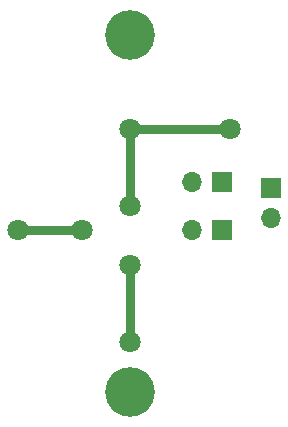
<source format=gbr>
%TF.GenerationSoftware,KiCad,Pcbnew,8.0.1*%
%TF.CreationDate,2024-07-06T10:32:20+03:00*%
%TF.ProjectId,led_tester,6c65645f-7465-4737-9465-722e6b696361,rev?*%
%TF.SameCoordinates,Original*%
%TF.FileFunction,Copper,L2,Bot*%
%TF.FilePolarity,Positive*%
%FSLAX46Y46*%
G04 Gerber Fmt 4.6, Leading zero omitted, Abs format (unit mm)*
G04 Created by KiCad (PCBNEW 8.0.1) date 2024-07-06 10:32:20*
%MOMM*%
%LPD*%
G01*
G04 APERTURE LIST*
%TA.AperFunction,ComponentPad*%
%ADD10R,1.700000X1.700000*%
%TD*%
%TA.AperFunction,ComponentPad*%
%ADD11O,1.700000X1.700000*%
%TD*%
%TA.AperFunction,ViaPad*%
%ADD12C,4.200000*%
%TD*%
%TA.AperFunction,ViaPad*%
%ADD13C,1.800000*%
%TD*%
%TA.AperFunction,Conductor*%
%ADD14C,0.800000*%
%TD*%
G04 APERTURE END LIST*
D10*
%TO.P,J2,1,Pin_1*%
%TO.N,GND*%
X113275000Y-46500000D03*
D11*
%TO.P,J2,2,Pin_2*%
%TO.N,/GR1*%
X110735000Y-46500000D03*
%TD*%
D10*
%TO.P,J1,1,Pin_1*%
%TO.N,GND*%
X113275000Y-42500000D03*
D11*
%TO.P,J1,2,Pin_2*%
%TO.N,/RED1*%
X110735000Y-42500000D03*
%TD*%
D10*
%TO.P,J3,1,Pin_1*%
%TO.N,GND*%
X117500000Y-42960000D03*
D11*
%TO.P,J3,2,Pin_2*%
%TO.N,/VCC*%
X117500000Y-45500000D03*
%TD*%
D12*
%TO.N,*%
X105500000Y-60250000D03*
X105500000Y-30000000D03*
D13*
%TO.N,/GR*%
X101500000Y-46500000D03*
X96000000Y-46500000D03*
X105500000Y-38000000D03*
X114000000Y-38000000D03*
X105500000Y-56000000D03*
X105500000Y-44500000D03*
X105500000Y-49500000D03*
%TD*%
D14*
%TO.N,/GR*%
X105500000Y-38000000D02*
X105500000Y-44500000D01*
X114000000Y-38000000D02*
X105500000Y-38000000D01*
X105500000Y-56000000D02*
X105500000Y-49500000D01*
X96000000Y-46500000D02*
X101500000Y-46500000D01*
%TD*%
M02*

</source>
